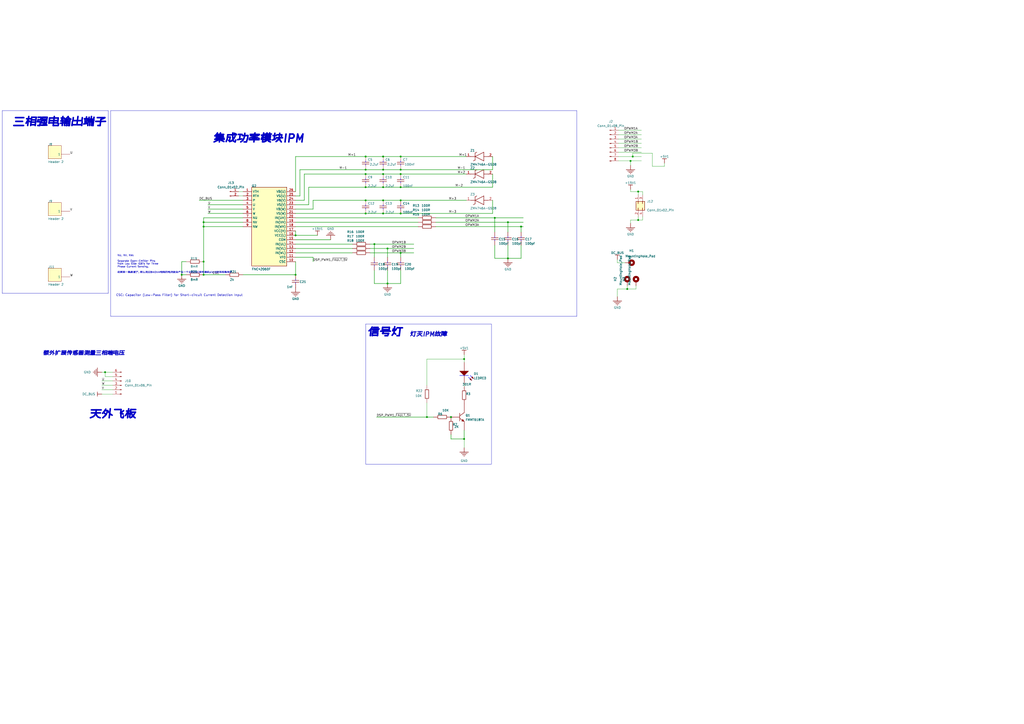
<source format=kicad_sch>
(kicad_sch (version 20230121) (generator eeschema)
  (paper "A2")
  (lib_symbols
    (symbol "Connector:Conn_01x02_Pin" (pin_names (offset 1.016) hide)
      (property "Reference" "J" (at 0 2.54 0))
      (property "Value" "Conn_01x02_Pin" (at 0 -5.08 0))
      (symbol "Conn_01x02_Pin_1_1"
        (pin passive line (at 5.08 0 180) (length 3.81) (name "Pin_1") (number "1"))
        (pin passive line (at 5.08 -2.54 180) (length 3.81) (name "Pin_2") (number "2"))
      )
    )
    (symbol "Connector:Conn_01x06_Pin" (pin_names (offset 1.016) hide)
      (property "Reference" "J" (at 0 7.62 0))
      (property "Value" "Conn_01x06_Pin" (at 0 -10.16 0))
      (symbol "Conn_01x06_Pin_1_1"
        (pin passive line (at 5.08 5.08 180) (length 3.81) (name "Pin_1") (number "1"))
        (pin passive line (at 5.08 2.54 180) (length 3.81) (name "Pin_2") (number "2"))
        (pin passive line (at 5.08 0 180) (length 3.81) (name "Pin_3") (number "3"))
        (pin passive line (at 5.08 -2.54 180) (length 3.81) (name "Pin_4") (number "4"))
        (pin passive line (at 5.08 -5.08 180) (length 3.81) (name "Pin_5") (number "5"))
        (pin passive line (at 5.08 -7.62 180) (length 3.81) (name "Pin_6") (number "6"))
      )
    )
    (symbol "Connector:Conn_01x08_Pin" (pin_names (offset 1.016) hide)
      (property "Reference" "J" (at 0 10.16 0))
      (property "Value" "Conn_01x08_Pin" (at 0 -12.7 0))
      (symbol "Conn_01x08_Pin_1_1"
        (pin passive line (at 5.08 7.62 180) (length 3.81) (name "Pin_1") (number "1"))
        (pin passive line (at 5.08 5.08 180) (length 3.81) (name "Pin_2") (number "2"))
        (pin passive line (at 5.08 2.54 180) (length 3.81) (name "Pin_3") (number "3"))
        (pin passive line (at 5.08 0 180) (length 3.81) (name "Pin_4") (number "4"))
        (pin passive line (at 5.08 -2.54 180) (length 3.81) (name "Pin_5") (number "5"))
        (pin passive line (at 5.08 -5.08 180) (length 3.81) (name "Pin_6") (number "6"))
        (pin passive line (at 5.08 -7.62 180) (length 3.81) (name "Pin_7") (number "7"))
        (pin passive line (at 5.08 -10.16 180) (length 3.81) (name "Pin_8") (number "8"))
      )
    )
    (symbol "Connector_Generic:Conn_02x02_Odd_Even" (pin_names (offset 1.016) hide)
      (property "Reference" "J" (at 1.27 2.54 0))
      (property "Value" "Conn_02x02_Odd_Even" (at 1.27 -5.08 0))
      (symbol "Conn_02x02_Odd_Even_1_1"
        (pin passive line (at -5.08 0 0) (length 3.81) (name "Pin_1") (number "1"))
        (pin passive line (at 7.62 0 180) (length 3.81) (name "Pin_2") (number "2"))
        (pin passive line (at -5.08 -2.54 0) (length 3.81) (name "Pin_3") (number "3"))
        (pin passive line (at 7.62 -2.54 180) (length 3.81) (name "Pin_4") (number "4"))
      )
    )
    (symbol "Mechanical:MountingHole_Pad" (pin_numbers hide) (pin_names (offset 1.016) hide)
      (property "Reference" "H" (at 0 6.35 0))
      (property "Value" "MountingHole_Pad" (at 0 4.445 0))
      (symbol "MountingHole_Pad_1_1"
        (pin input line (at 0 -2.54 90) (length 2.54) (name "1") (number "1"))
      )
    )
    (symbol "inverter-altium-import:+15V1" (power)
      (property "Reference" "#PWR" (at 0 0 0))
      (property "Value" "+15V1" (at 0 3.81 0))
      (symbol "+15V1_0_0"
        (pin power_in line (at 0 0 0) (length 0) hide (name "+15V1") (number ""))
      )
    )
    (symbol "inverter-altium-import:+5V1" (power)
      (property "Reference" "#PWR" (at 0 0 0))
      (property "Value" "+5V1" (at 0 3.81 0))
      (symbol "+5V1_0_0"
        (pin power_in line (at 0 0 0) (length 0) hide (name "+5V1") (number ""))
      )
    )
    (symbol "inverter-altium-import:DC_BUS" (power)
      (property "Reference" "#PWR" (at 0 0 0))
      (property "Value" "DC_BUS" (at 0 3.81 0))
      (symbol "DC_BUS_0_0"
        (pin power_in line (at 0 0 0) (length 0) hide (name "DC_BUS") (number ""))
      )
    )
    (symbol "inverter-altium-import:GND" (power)
      (property "Reference" "#PWR" (at 0 0 0))
      (property "Value" "GND" (at 0 6.35 0))
      (symbol "GND_0_0"
        (pin power_in line (at 0 0 0) (length 0) hide (name "GND") (number ""))
      )
    )
    (symbol "inverter-altium-import:root_0_FNC42060F"
      (symbol "root_0_FNC42060F_1_0"
        (pin passive line (at 0 0 0) (length 5.08) (name "VTH") (number "1"))
        (pin passive line (at 30.48 -40.64 180) (length 5.08) (name "CSC") (number "10"))
        (pin passive line (at 30.48 -38.1 180) (length 5.08) (name "VFO") (number "11"))
        (pin passive line (at 30.48 -35.56 180) (length 5.08) (name "IN(WL)") (number "12"))
        (pin passive line (at 30.48 -33.02 180) (length 5.08) (name "IN(VL)") (number "13"))
        (pin passive line (at 30.48 -30.48 180) (length 5.08) (name "IN(UL)") (number "14"))
        (pin passive line (at 30.48 -27.94 180) (length 5.08) (name "COM") (number "15"))
        (pin passive line (at 30.48 -25.4 180) (length 5.08) (name "VCC(L)") (number "16"))
        (pin passive line (at 30.48 -22.86 180) (length 5.08) (name "VCC(H)") (number "17"))
        (pin passive line (at 30.48 -20.32 180) (length 5.08) (name "IN(WH)") (number "18"))
        (pin passive line (at 30.48 -17.78 180) (length 5.08) (name "IN(VH)") (number "19"))
        (pin passive line (at 0 -2.54 0) (length 5.08) (name "RTH") (number "2"))
        (pin passive line (at 30.48 -15.24 180) (length 5.08) (name "IN(UH)") (number "20"))
        (pin passive line (at 30.48 -12.7 180) (length 5.08) (name "VS(W)") (number "21"))
        (pin passive line (at 30.48 -10.16 180) (length 5.08) (name "VB(W)") (number "22"))
        (pin passive line (at 30.48 -7.62 180) (length 5.08) (name "VS(V)") (number "23"))
        (pin passive line (at 30.48 -5.08 180) (length 5.08) (name "VB(V)") (number "24"))
        (pin passive line (at 30.48 -2.54 180) (length 5.08) (name "VS(U)") (number "25"))
        (pin passive line (at 30.48 0 180) (length 5.08) (name "VB(U)") (number "26"))
        (pin passive line (at 0 -5.08 0) (length 5.08) (name "P") (number "3"))
        (pin passive line (at 0 -7.62 0) (length 5.08) (name "U") (number "4"))
        (pin passive line (at 0 -10.16 0) (length 5.08) (name "V") (number "5"))
        (pin passive line (at 0 -12.7 0) (length 5.08) (name "W") (number "6"))
        (pin passive line (at 0 -15.24 0) (length 5.08) (name "NU") (number "7"))
        (pin passive line (at 0 -17.78 0) (length 5.08) (name "NV") (number "8"))
        (pin passive line (at 0 -20.32 0) (length 5.08) (name "NW") (number "9"))
      )
    )
    (symbol "inverter-altium-import:root_0_NPN"
      (symbol "root_0_NPN_1_0"
        (pin passive line (at -5.08 -2.54 0) (length 5.08) (name "B") (number "1"))
        (pin passive line (at 2.54 -10.16 90) (length 5.08) (name "E") (number "2"))
        (pin passive line (at 2.54 5.08 270) (length 5.08) (name "C") (number "3"))
      )
    )
    (symbol "inverter-altium-import:root_0_Res2"
      (symbol "root_0_Res2_1_0"
        (pin passive line (at -2.54 -2.54 0) (length 2.54) (name "1") (number "1"))
        (pin passive line (at 7.62 -2.54 180) (length 2.54) (name "2") (number "2"))
      )
    )
    (symbol "inverter-altium-import:root_0_ZM4746A-GS08"
      (symbol "root_0_ZM4746A-GS08_1_0"
        (pin passive line (at 0 0 0) (length 2.54) (name "K") (number "1"))
        (pin passive line (at 15.24 0 180) (length 2.54) (name "A") (number "2"))
      )
    )
    (symbol "inverter-altium-import:root_1_Cap"
      (symbol "root_1_Cap_1_0"
        (pin passive line (at 2.54 -2.54 90) (length 2.54) (name "1") (number "1"))
        (pin passive line (at 2.54 5.08 270) (length 2.54) (name "2") (number "2"))
      )
    )
    (symbol "inverter-altium-import:root_1_Res2"
      (symbol "root_1_Res2_1_0"
        (pin passive line (at 2.54 -2.54 90) (length 2.54) (name "1") (number "1"))
        (pin passive line (at 2.54 7.62 270) (length 2.54) (name "2") (number "2"))
      )
    )
    (symbol "inverter-altium-import:root_2_Header 2"
      (symbol "root_2_Header 2_1_0"
        (pin passive line (at 5.08 2.54 180) (length 5.08) (name "1") (number "1"))
      )
    )
    (symbol "inverter-altium-import:root_2_Res2"
      (symbol "root_2_Res2_1_0"
        (pin passive line (at 2.54 2.54 180) (length 2.54) (name "1") (number "1"))
        (pin passive line (at -7.62 2.54 0) (length 2.54) (name "2") (number "2"))
      )
    )
    (symbol "inverter-altium-import:root_3_Cap"
      (symbol "root_3_Cap_1_0"
        (pin passive line (at -2.54 2.54 270) (length 2.54) (name "1") (number "1"))
        (pin passive line (at -2.54 -5.08 90) (length 2.54) (name "2") (number "2"))
      )
    )
    (symbol "inverter-altium-import:root_3_LED0"
      (symbol "root_3_LED0_1_0"
        (pin passive line (at -2.54 5.08 270) (length 5.08) (name "A") (number "1"))
        (pin passive line (at -2.54 -7.62 90) (length 5.08) (name "K") (number "2"))
      )
    )
    (symbol "inverter-altium-import:root_3_Res2"
      (symbol "root_3_Res2_1_0"
        (pin passive line (at -2.54 2.54 270) (length 2.54) (name "1") (number "1"))
        (pin passive line (at -2.54 -7.62 90) (length 2.54) (name "2") (number "2"))
      )
    )
  )
  (junction (at 212.09 90.805))
  (junction (at 232.41 100.965))
  (junction (at 217.17 141.605))
  (junction (at 269.24 208.28))
  (junction (at 294.64 128.905))
  (junction (at 222.25 90.805))
  (junction (at 212.09 108.585))
  (junction (at 294.64 149.86))
  (junction (at 232.41 108.585))
  (junction (at 287.02 126.365))
  (junction (at 302.26 131.445))
  (junction (at 60.96 215.9))
  (junction (at 222.25 116.205))
  (junction (at 171.45 159.385))
  (junction (at 212.09 100.965))
  (junction (at 212.09 98.425))
  (junction (at 363.855 167.64))
  (junction (at 370.205 127.635))
  (junction (at 370.205 111.125))
  (junction (at 232.41 116.205))
  (junction (at 232.41 123.825))
  (junction (at 261.62 241.935))
  (junction (at 224.79 164.465))
  (junction (at 171.45 136.525))
  (junction (at 365.76 93.345))
  (junction (at 222.25 98.425))
  (junction (at 212.09 123.825))
  (junction (at 212.09 116.205))
  (junction (at 224.79 144.145))
  (junction (at 118.11 151.765))
  (junction (at 232.41 146.685))
  (junction (at 247.65 241.935))
  (junction (at 269.24 254.635))
  (junction (at 105.41 159.385))
  (junction (at 222.25 123.825))
  (junction (at 222.25 100.965))
  (junction (at 232.41 98.425))
  (junction (at 118.11 128.905))
  (junction (at 367.03 90.805))
  (junction (at 232.41 90.805))
  (junction (at 118.11 131.445))
  (junction (at 118.11 159.385))
  (junction (at 222.25 108.585))
  (wire (pts (xy 120.65 123.825) (xy 140.97 123.825)) (stroke (width 0.254)))
  (wire (pts (xy 224.79 144.145) (xy 240.03 144.145)) (stroke (width 0.254)))
  (wire (pts (xy 269.24 208.28) (xy 269.24 210.185)))
  (wire (pts (xy 224.79 149.225) (xy 224.79 144.145)) (stroke (width 0.254)))
  (wire (pts (xy 59.055 220.98) (xy 65.405 220.98)))
  (wire (pts (xy 115.57 116.205) (xy 140.97 116.205)) (stroke (width 0.254)))
  (wire (pts (xy 140.97 126.365) (xy 118.11 126.365)) (stroke (width 0.254)))
  (wire (pts (xy 285.75 123.825) (xy 285.75 116.205)) (stroke (width 0.254)))
  (wire (pts (xy 204.47 144.145) (xy 171.45 144.145)) (stroke (width 0.254)))
  (wire (pts (xy 302.26 149.86) (xy 302.26 142.24)) (stroke (width 0.254)))
  (wire (pts (xy 118.11 126.365) (xy 118.11 128.905)) (stroke (width 0.254)))
  (wire (pts (xy 171.45 136.525) (xy 171.45 133.985)) (stroke (width 0.254)))
  (wire (pts (xy 173.99 98.425) (xy 173.99 113.665)) (stroke (width 0.254)))
  (wire (pts (xy 222.25 123.825) (xy 232.41 123.825)) (stroke (width 0.254)))
  (wire (pts (xy 285.75 98.425) (xy 232.41 98.425)) (stroke (width 0.254)))
  (wire (pts (xy 252.73 128.905) (xy 294.64 128.905)) (stroke (width 0.254)))
  (wire (pts (xy 365.76 127.635) (xy 370.205 127.635)))
  (wire (pts (xy 294.64 142.24) (xy 294.64 149.86)) (stroke (width 0.254)))
  (wire (pts (xy 222.25 108.585) (xy 212.09 108.585)) (stroke (width 0.254)))
  (wire (pts (xy 367.03 90.805) (xy 372.11 90.805)))
  (wire (pts (xy 171.45 90.805) (xy 171.45 111.125)) (stroke (width 0.254)))
  (wire (pts (xy 378.46 96.52) (xy 385.445 96.52)))
  (wire (pts (xy 214.63 146.685) (xy 232.41 146.685)) (stroke (width 0.254)))
  (wire (pts (xy 171.45 131.445) (xy 242.57 131.445)) (stroke (width 0.254)))
  (wire (pts (xy 365.76 93.345) (xy 372.11 93.345)))
  (wire (pts (xy 261.62 252.095) (xy 261.62 254.635)) (stroke (width 0.254)))
  (wire (pts (xy 365.76 127.635) (xy 365.76 129.54)))
  (wire (pts (xy 65.405 218.44) (xy 60.96 218.44)))
  (wire (pts (xy 232.41 146.685) (xy 240.03 146.685)) (stroke (width 0.254)))
  (wire (pts (xy 171.45 123.825) (xy 212.09 123.825)) (stroke (width 0.254)))
  (wire (pts (xy 247.65 223.52) (xy 247.65 208.28)))
  (wire (pts (xy 363.855 165.735) (xy 363.855 167.64)))
  (wire (pts (xy 269.24 222.885) (xy 269.24 224.155)))
  (wire (pts (xy 365.76 93.345) (xy 365.76 95.885)))
  (wire (pts (xy 179.07 108.585) (xy 179.07 118.745)) (stroke (width 0.254)))
  (wire (pts (xy 173.99 113.665) (xy 171.45 113.665)) (stroke (width 0.254)))
  (wire (pts (xy 224.79 164.465) (xy 232.41 164.465)) (stroke (width 0.254)))
  (wire (pts (xy 358.775 88.265) (xy 372.11 88.265)))
  (wire (pts (xy 176.53 116.205) (xy 176.53 100.965)) (stroke (width 0.254)))
  (wire (pts (xy 358.775 78.105) (xy 372.11 78.105)))
  (wire (pts (xy 105.41 151.765) (xy 105.41 159.385)) (stroke (width 0.254)))
  (wire (pts (xy 60.96 218.44) (xy 60.96 215.9)))
  (wire (pts (xy 240.03 141.605) (xy 217.17 141.605)) (stroke (width 0.254)))
  (wire (pts (xy 285.75 90.805) (xy 285.75 98.425)) (stroke (width 0.254)))
  (wire (pts (xy 247.65 208.28) (xy 269.24 208.28)))
  (wire (pts (xy 232.41 108.585) (xy 222.25 108.585)) (stroke (width 0.254)))
  (wire (pts (xy 358.775 75.565) (xy 372.11 75.565)))
  (wire (pts (xy 358.14 150.495) (xy 358.14 152.4)))
  (wire (pts (xy 232.41 116.205) (xy 270.51 116.205)) (stroke (width 0.254)))
  (wire (pts (xy 247.65 241.935) (xy 218.44 241.935)) (stroke (width 0.254)))
  (wire (pts (xy 365.76 109.855) (xy 365.76 111.125)))
  (wire (pts (xy 217.17 156.845) (xy 217.17 164.465)) (stroke (width 0.254)))
  (wire (pts (xy 212.09 98.425) (xy 173.99 98.425)) (stroke (width 0.254)))
  (wire (pts (xy 232.41 90.805) (xy 222.25 90.805)) (stroke (width 0.254)))
  (wire (pts (xy 222.25 100.965) (xy 232.41 100.965)) (stroke (width 0.254)))
  (wire (pts (xy 365.76 111.125) (xy 370.205 111.125)))
  (wire (pts (xy 232.41 123.825) (xy 285.75 123.825)) (stroke (width 0.254)))
  (wire (pts (xy 358.775 80.645) (xy 372.11 80.645)))
  (wire (pts (xy 363.855 167.64) (xy 358.14 167.64)))
  (wire (pts (xy 370.205 127.635) (xy 372.745 127.635)))
  (wire (pts (xy 118.11 159.385) (xy 130.81 159.385)) (stroke (width 0.254)))
  (wire (pts (xy 105.41 159.385) (xy 107.95 159.385)) (stroke (width 0.254)))
  (wire (pts (xy 287.02 126.365) (xy 287.02 134.62)) (stroke (width 0.254)))
  (wire (pts (xy 269.24 254.635) (xy 269.24 249.555)) (stroke (width 0.254)))
  (wire (pts (xy 247.65 233.68) (xy 247.65 241.935)))
  (wire (pts (xy 140.97 121.285) (xy 120.65 121.285)) (stroke (width 0.254)))
  (wire (pts (xy 140.97 131.445) (xy 118.11 131.445)) (stroke (width 0.254)))
  (wire (pts (xy 212.09 108.585) (xy 179.07 108.585)) (stroke (width 0.254)))
  (wire (pts (xy 222.25 90.805) (xy 212.09 90.805)) (stroke (width 0.254)))
  (wire (pts (xy 252.73 126.365) (xy 287.02 126.365)) (stroke (width 0.254)))
  (wire (pts (xy 269.24 254.635) (xy 269.24 259.715)))
  (wire (pts (xy 242.57 128.905) (xy 171.45 128.905)) (stroke (width 0.254)))
  (wire (pts (xy 232.41 164.465) (xy 232.41 156.845)) (stroke (width 0.254)))
  (wire (pts (xy 118.11 131.445) (xy 118.11 151.765)) (stroke (width 0.254)))
  (wire (pts (xy 252.73 131.445) (xy 302.26 131.445)) (stroke (width 0.254)))
  (wire (pts (xy 370.205 111.125) (xy 372.745 111.125)))
  (wire (pts (xy 368.935 165.735) (xy 368.935 167.64)))
  (wire (pts (xy 302.26 131.445) (xy 303.53 131.445)) (stroke (width 0.254)))
  (wire (pts (xy 181.61 149.225) (xy 171.45 149.225)) (stroke (width 0.254)))
  (wire (pts (xy 372.745 125.73) (xy 372.745 127.635)))
  (wire (pts (xy 367.03 90.805) (xy 367.03 88.9)))
  (wire (pts (xy 261.62 254.635) (xy 269.24 254.635)) (stroke (width 0.254)))
  (wire (pts (xy 269.24 205.74) (xy 269.24 208.28)))
  (wire (pts (xy 385.445 94.615) (xy 385.445 96.52)))
  (wire (pts (xy 217.17 141.605) (xy 217.17 149.225)) (stroke (width 0.254)))
  (wire (pts (xy 179.07 118.745) (xy 171.45 118.745)) (stroke (width 0.254)))
  (wire (pts (xy 370.205 111.125) (xy 370.205 113.03)))
  (wire (pts (xy 251.46 241.935) (xy 247.65 241.935)) (stroke (width 0.254)))
  (wire (pts (xy 171.45 116.205) (xy 176.53 116.205)) (stroke (width 0.254)))
  (wire (pts (xy 107.95 151.765) (xy 105.41 151.765)) (stroke (width 0.254)))
  (wire (pts (xy 232.41 100.965) (xy 270.51 100.965)) (stroke (width 0.254)))
  (wire (pts (xy 287.02 149.86) (xy 294.64 149.86)) (stroke (width 0.254)))
  (wire (pts (xy 171.45 159.385) (xy 140.97 159.385)) (stroke (width 0.254)))
  (wire (pts (xy 181.61 116.205) (xy 212.09 116.205)) (stroke (width 0.254)))
  (wire (pts (xy 118.11 128.905) (xy 118.11 131.445)) (stroke (width 0.254)))
  (wire (pts (xy 138.43 111.125) (xy 140.97 111.125)))
  (wire (pts (xy 358.775 85.725) (xy 372.11 85.725)))
  (wire (pts (xy 378.46 88.9) (xy 378.46 96.52)))
  (wire (pts (xy 270.51 90.805) (xy 232.41 90.805)) (stroke (width 0.254)))
  (wire (pts (xy 118.11 151.765) (xy 118.11 159.385)) (stroke (width 0.254)))
  (wire (pts (xy 224.79 156.845) (xy 224.79 164.465)) (stroke (width 0.254)))
  (wire (pts (xy 59.055 215.9) (xy 60.96 215.9)))
  (wire (pts (xy 287.02 142.24) (xy 287.02 149.86)) (stroke (width 0.254)))
  (wire (pts (xy 303.53 128.905) (xy 294.64 128.905)) (stroke (width 0.254)))
  (wire (pts (xy 176.53 100.965) (xy 212.09 100.965)) (stroke (width 0.254)))
  (wire (pts (xy 358.14 172.085) (xy 358.14 167.64)))
  (wire (pts (xy 285.75 108.585) (xy 232.41 108.585)) (stroke (width 0.254)))
  (wire (pts (xy 358.775 83.185) (xy 372.11 83.185)))
  (wire (pts (xy 59.055 226.06) (xy 65.405 226.06)))
  (wire (pts (xy 294.64 128.905) (xy 294.64 134.62)) (stroke (width 0.254)))
  (wire (pts (xy 368.935 167.64) (xy 363.855 167.64)))
  (wire (pts (xy 367.03 88.9) (xy 378.46 88.9)))
  (wire (pts (xy 171.45 151.765) (xy 171.45 159.385)) (stroke (width 0.254)))
  (wire (pts (xy 204.47 141.605) (xy 171.45 141.605)) (stroke (width 0.254)))
  (wire (pts (xy 60.96 215.9) (xy 65.405 215.9)))
  (wire (pts (xy 171.45 121.285) (xy 181.61 121.285)) (stroke (width 0.254)))
  (wire (pts (xy 287.02 126.365) (xy 303.53 126.365)) (stroke (width 0.254)))
  (wire (pts (xy 204.47 146.685) (xy 171.45 146.685)) (stroke (width 0.254)))
  (wire (pts (xy 212.09 100.965) (xy 222.25 100.965)) (stroke (width 0.254)))
  (wire (pts (xy 59.055 223.52) (xy 65.405 223.52)))
  (wire (pts (xy 140.97 118.745) (xy 120.65 118.745)) (stroke (width 0.254)))
  (wire (pts (xy 358.775 90.805) (xy 367.03 90.805)))
  (wire (pts (xy 140.97 128.905) (xy 118.11 128.905)) (stroke (width 0.254)))
  (wire (pts (xy 138.43 113.665) (xy 140.97 113.665)))
  (wire (pts (xy 232.41 98.425) (xy 222.25 98.425)) (stroke (width 0.254)))
  (wire (pts (xy 212.09 123.825) (xy 222.25 123.825)) (stroke (width 0.254)))
  (wire (pts (xy 181.61 151.765) (xy 181.61 149.225)) (stroke (width 0.254)))
  (wire (pts (xy 217.17 141.605) (xy 214.63 141.605)) (stroke (width 0.254)))
  (wire (pts (xy 222.25 116.205) (xy 232.41 116.205)) (stroke (width 0.254)))
  (wire (pts (xy 370.205 125.73) (xy 370.205 127.635)))
  (wire (pts (xy 302.26 131.445) (xy 302.26 134.62)) (stroke (width 0.254)))
  (wire (pts (xy 212.09 90.805) (xy 171.45 90.805)) (stroke (width 0.254)))
  (wire (pts (xy 358.14 152.4) (xy 362.585 152.4)))
  (wire (pts (xy 214.63 144.145) (xy 224.79 144.145)) (stroke (width 0.254)))
  (wire (pts (xy 191.77 139.065) (xy 171.45 139.065)) (stroke (width 0.254)))
  (wire (pts (xy 358.775 93.345) (xy 365.76 93.345)))
  (wire (pts (xy 212.09 116.205) (xy 222.25 116.205)) (stroke (width 0.254)))
  (wire (pts (xy 242.57 126.365) (xy 171.45 126.365)) (stroke (width 0.254)))
  (wire (pts (xy 285.75 100.965) (xy 285.75 108.585)) (stroke (width 0.254)))
  (wire (pts (xy 294.64 149.86) (xy 302.26 149.86)) (stroke (width 0.254)))
  (wire (pts (xy 232.41 149.225) (xy 232.41 146.685)) (stroke (width 0.254)))
  (wire (pts (xy 184.15 136.525) (xy 171.45 136.525)) (stroke (width 0.254)))
  (wire (pts (xy 181.61 121.285) (xy 181.61 116.205)) (stroke (width 0.254)))
  (wire (pts (xy 59.055 228.6) (xy 65.405 228.6)))
  (wire (pts (xy 217.17 164.465) (xy 224.79 164.465)) (stroke (width 0.254)))
  (wire (pts (xy 372.745 111.125) (xy 372.745 113.03)))
  (wire (pts (xy 222.25 98.425) (xy 212.09 98.425)) (stroke (width 0.254)))
  (rectangle (start 64.135 64.135) (end 334.645 183.515))
  (rectangle (start 1.27 64.135) (end 62.865 170.18))
  (rectangle (start 212.09 187.96) (end 285.115 269.24))
  (text_box "NU, NV, NW:\n\nSeparate Open−Emitter Pins from Low Side IGBTs for Three Phase Current Sensing.\n\n如果某一路直通了，那么流过8mOhm电阻的电流就会产生一个正的CSC信号通给pin10实现短路保护\n" (at 67.31 146.685 0) (size 25.4 20.32) (stroke (width -0.0001) (color 0 0 0 1)) (fill (type color) (color 255 255 255 1)) (effects (font (size 1.016 1.016)) (justify left top)))
  (text "灯灭IPM故障" (at 237.49 195.58 0) (effects (font (size 2.54 2.54) bold italic) (justify left bottom)))
  (text "信号灯" (at 212.725 195.58 0) (effects (font (size 4.572 4.572) bold italic) (justify left bottom)))
  (text "天外飞板" (at 51.435 243.205 0) (effects (font (size 4.572 4.572) bold italic) (justify left bottom)))
  (text "额外扩展传感器测量三相端电压" (at 24.765 206.375 0) (effects (font (size 2.286 2.286) bold italic) (justify left bottom)))
  (text "三相强电输出端子" (at 6.985 73.66 0) (effects (font (size 4.572 4.572) bold italic) (justify left bottom)))
  (text "集成功率模块IPM" (at 123.19 83.185 0) (effects (font (size 4.572 4.572) bold italic) (justify left bottom)))
  (text "CSC: Capacitor (Low−Pass Filter) for Short−circuit Current Detection Input" (at 67.31 172.085 0) (effects (font (size 1.27 1.27)) (justify left bottom)))
  (label "OPWM1B" (at 361.95 83.185 180))
  (label "W" (at 120.65 123.825 180))
  (label "W" (at 40.64 160.655 180))
  (label "V" (at 40.64 122.555 180))
  (label "OPWM2B" (at 227.33 144.145 180))
  (label "CSC" (at 123.19 159.385 180))
  (label "OPWM1B" (at 227.33 141.605 180))
  (label "OPWM2A" (at 269.875 128.905 180))
  (label "OPWM1A" (at 361.95 75.565 180))
  (label "U" (at 40.64 89.535 180))
  (label "M+1" (at 201.93 90.805 180))
  (label "V" (at 120.65 121.285 180))
  (label "M+1" (at 266.31 90.805 180))
  (label "M-1" (at 196.85 98.425 180))
  (label "OPWM1A" (at 269.875 126.365 180))
  (label "M-1" (at 265.43 98.425 180))
  (label "OPWM2B" (at 361.95 85.725 180))
  (label "M-3" (at 260.35 123.825 180))
  (label "M-2" (at 264.115 108.585 180))
  (label "M+2" (at 265.43 100.965 180))
  (label "OPWM2A" (at 361.95 78.105 180))
  (label "DSP_PWM1_~{FAULT_5V}" (at 218.44 241.935 180))
  (label "OPWM3A" (at 361.95 80.645 180))
  (label "DC_BUS" (at 115.57 116.205 180))
  (label "U" (at 59.055 220.98 180))
  (label "OPWM3B" (at 361.95 88.265 180))
  (label "DSP_PWM1_~{FAULT_5V}" (at 181.61 151.765 180))
  (label "W" (at 59.055 223.52 180))
  (label "M+3" (at 260.35 116.205 180))
  (label "OPWM3B" (at 227.33 146.685 180))
  (label "OPWM3A" (at 269.875 131.445 180))
  (label "U" (at 120.65 118.745 180))
  (label "V" (at 59.055 226.06 180))
  (symbol (lib_id "inverter-altium-import:root_2_Res2") (at 115.57 161.925 0) (unit 1)
    (property "Reference" "R20" (at 110.49 158.369 0) (effects (justify left bottom)))
    (property "Value" "8mR" (at 110.49 162.941 0) (effects (justify left bottom)))
    (property "Footprint" "Resistor_SMD:R_2512_6332Metric" (effects hide))
    (property "PUBLISHED" "8-Jun-2000" (effects hide))
    (property "LATESTREVISIONDATE" "17-Jul-2002" (effects hide))
    (property "LATESTREVISIONNOTE" "Re-released for DXP Platform." (effects hide))
    (property "PACKAGEREFERENCE" "AXIAL-0.4" (effects hide))
    (property "PUBLISHER" "Altium Limited" (effects hide))
    (property "PACKAGEDESCRIPTION" "Axial Device, Thru-Hole; 2 Leads; 0.4 in Pin Spacing" (effects hide))
    (property "ALTIUM_VALUE" "3.3K" (effects hide))
  )
  (symbol (lib_id "inverter-altium-import:root_0_NPN") (at 266.7 239.395 0) (unit 1)
    (property "Reference" "Q1" (at 270.002 241.681 0) (effects (justify left bottom)))
    (property "Value" "FMMT618TA" (at 270.002 244.221 0) (effects (justify left bottom)))
    (property "Footprint" "Package_TO_SOT_SMD:SOT-23-3" (effects hide))
    (property "PUBLISHED" "8-Jun-2000" (effects hide))
    (property "LATESTREVISIONDATE" "17-Jul-2002" (effects hide))
    (property "LATESTREVISIONNOTE" "Re-released for DXP Platform." (effects hide))
    (property "PACKAGEREFERENCE" "TO-226-AA" (effects hide))
    (property "PUBLISHER" "Altium Limited" (effects hide))
    (property "PACKAGEDESCRIPTION" "TO, Flat Index; 3 In-Line, Axial Leads; Body Dia. 4.8mm; Leads 0.55 x 0.51 mm (max)" (effects hide))
    (property "CODE_JEDEC" "TO-226-AA" (effects hide))
    (property "CLASSNAME" "HelloDSP" (effects hide))
  )
  (symbol (lib_id "inverter-altium-import:DC_BUS") (at 59.055 228.6 270) (unit 1)
    (property "Reference" "#PWR026" (effects hide))
    (property "Value" "DC_BUS" (at 55.245 228.6 90) (effects (justify right)))
  )
  (symbol (lib_id "inverter-altium-import:root_3_Cap") (at 224.79 93.345 0) (unit 1)
    (property "Reference" "C6" (at 223.52 93.345 0) (effects (justify left bottom)))
    (property "Value" "2.2uf" (at 224.579 96.13 0) (effects (justify left bottom)))
    (property "Footprint" "Capacitor_SMD:C_0805_2012Metric" (effects hide))
    (property "PUBLISHED" "*" (effects hide))
    (property "LATESTREVISIONDATE" "*" (effects hide))
    (property "LATESTREVISIONNOTE" "*" (effects hide))
    (property "PACKAGEREFERENCE" "*" (effects hide))
    (property "PUBLISHER" "*" (effects hide))
  )
  (symbol (lib_id "inverter-altium-import:root_0_Res2") (at 245.11 123.825 0) (unit 1)
    (property "Reference" "R13" (at 239.349 120.015 0) (effects (justify left bottom)))
    (property "Value" "100R" (at 244.429 120.015 0) (effects (justify left bottom)))
    (property "Footprint" "Resistor_SMD:R_0603_1608Metric" (effects hide))
    (property "PUBLISHED" "*" (effects hide))
    (property "LATESTREVISIONDATE" "*" (effects hide))
    (property "LATESTREVISIONNOTE" "*" (effects hide))
    (property "PACKAGEREFERENCE" "*" (effects hide))
    (property "PUBLISHER" "*" (effects hide))
  )
  (symbol (lib_id "inverter-altium-import:root_0_Res2") (at 245.11 126.365 0) (unit 1)
    (property "Reference" "R14" (at 239.349 122.555 0) (effects (justify left bottom)))
    (property "Value" "100R" (at 244.429 122.555 0) (effects (justify left bottom)))
    (property "Footprint" "Resistor_SMD:R_0603_1608Metric" (effects hide))
    (property "PUBLISHED" "*" (effects hide))
    (property "LATESTREVISIONDATE" "*" (effects hide))
    (property "LATESTREVISIONNOTE" "*" (effects hide))
    (property "PACKAGEREFERENCE" "*" (effects hide))
    (property "PUBLISHER" "*" (effects hide))
  )
  (symbol (lib_id "inverter-altium-import:GND") (at 294.64 149.86 0) (unit 1)
    (property "Reference" "#PWR024" (effects hide))
    (property "Value" "GND" (at 294.64 156.21 0))
  )
  (symbol (lib_id "Mechanical:MountingHole_Pad") (at 365.125 152.4 270) (mirror x) (unit 1)
    (property "Reference" "H1" (at 366.395 145.415 90))
    (property "Value" "MountingHole_Pad" (at 371.475 148.59 90))
    (property "Footprint" "MountingHole:MountingHole_3.2mm_M3_Pad_Via" (effects hide))
  )
  (symbol (lib_id "inverter-altium-import:root_2_Res2") (at 138.43 161.925 0) (unit 1)
    (property "Reference" "R21" (at 133.35 158.369 0) (effects (justify left bottom)))
    (property "Value" "2k" (at 133.35 162.941 0) (effects (justify left bottom)))
    (property "Footprint" "Resistor_SMD:R_1206_3216Metric" (effects hide))
    (property "PUBLISHED" "8-Jun-2000" (effects hide))
    (property "LATESTREVISIONDATE" "17-Jul-2002" (effects hide))
    (property "LATESTREVISIONNOTE" "Re-released for DXP Platform." (effects hide))
    (property "PACKAGEREFERENCE" "AXIAL-0.4" (effects hide))
    (property "PUBLISHER" "Altium Limited" (effects hide))
  )
  (symbol (lib_id "Mechanical:MountingHole_Pad") (at 363.855 163.195 0) (mirror y) (unit 1)
    (property "Reference" "H2" (at 356.87 161.925 90))
    (property "Value" "MountingHole_Pad" (at 360.045 156.845 90))
    (property "Footprint" "MountingHole:MountingHole_3.2mm_M3_Pad_Via" (effects hide))
  )
  (symbol (lib_id "inverter-altium-import:+15V1") (at 184.15 136.525 180) (unit 1)
    (property "Reference" "#PWR021" (effects hide))
    (property "Value" "+15V1" (at 184.15 132.715 0))
  )
  (symbol (lib_id "inverter-altium-import:root_1_Cap") (at 284.48 139.7 0) (unit 1)
    (property "Reference" "C15" (at 289.306 139.446 0) (effects (justify left bottom)))
    (property "Value" "100pf" (at 289.306 141.986 0) (effects (justify left bottom)))
    (property "Footprint" "Capacitor_SMD:C_0603_1608Metric" (effects hide))
    (property "PUBLISHED" "*" (effects hide))
    (property "LATESTREVISIONDATE" "*" (effects hide))
    (property "LATESTREVISIONNOTE" "*" (effects hide))
    (property "PACKAGEREFERENCE" "*" (effects hide))
    (property "PUBLISHER" "*" (effects hide))
  )
  (symbol (lib_id "inverter-altium-import:root_2_Header 2") (at 35.56 92.075 0) (unit 1)
    (property "Reference" "J8" (at 27.94 84.455 0) (effects (justify left bottom)))
    (property "Value" "Header 2" (at 27.94 94.615 0) (effects (justify left bottom)))
    (property "Footprint" "inverter_lib:M3_smt" (effects hide))
    (property "LATESTREVISIONDATE" "17-Jul-2002" (effects hide))
    (property "LATESTREVISIONNOTE" "Re-released for DXP Platform." (effects hide))
    (property "PUBLISHER" "Altium Limited" (effects hide))
  )
  (symbol (lib_id "inverter-altium-import:root_0_Res2") (at 245.11 128.905 0) (unit 1)
    (property "Reference" "R15" (at 239.349 125.095 0) (effects (justify left bottom)))
    (property "Value" "100R" (at 244.429 125.095 0) (effects (justify left bottom)))
    (property "Footprint" "Resistor_SMD:R_0603_1608Metric" (effects hide))
    (property "PUBLISHED" "*" (effects hide))
    (property "LATESTREVISIONDATE" "*" (effects hide))
    (property "LATESTREVISIONNOTE" "*" (effects hide))
    (property "PACKAGEREFERENCE" "*" (effects hide))
    (property "PUBLISHER" "*" (effects hide))
  )
  (symbol (lib_id "Connector_Generic:Conn_02x02_Odd_Even") (at 370.205 118.11 90) (mirror x) (unit 1)
    (property "Reference" "J12" (at 375.285 116.84 90) (effects (justify right)))
    (property "Value" "Conn_01x02_Pin" (at 375.285 121.92 90) (effects (justify right)))
    (property "Footprint" "Connector_PinSocket_2.54mm:PinSocket_2x02_P2.54mm_Vertical" (effects hide))
  )
  (symbol (lib_id "inverter-altium-import:root_2_Header 2") (at 35.56 125.095 0) (unit 1)
    (property "Reference" "J9" (at 27.94 117.475 0) (effects (justify left bottom)))
    (property "Value" "Header 2" (at 27.94 127.635 0) (effects (justify left bottom)))
    (property "Footprint" "inverter_lib:M3_smt" (effects hide))
    (property "LATESTREVISIONDATE" "17-Jul-2002" (effects hide))
    (property "LATESTREVISIONNOTE" "Re-released for DXP Platform." (effects hide))
    (property "PUBLISHER" "Altium Limited" (effects hide))
  )
  (symbol (lib_id "inverter-altium-import:root_3_Cap") (at 224.79 118.745 0) (unit 1)
    (property "Reference" "C13" (at 223.52 118.745 0) (effects (justify left bottom)))
    (property "Value" "2.2uf" (at 223.52 123.825 0) (effects (justify left bottom)))
    (property "Footprint" "Capacitor_SMD:C_0805_2012Metric" (effects hide))
    (property "PUBLISHED" "*" (effects hide))
    (property "LATESTREVISIONDATE" "*" (effects hide))
    (property "LATESTREVISIONNOTE" "*" (effects hide))
    (property "PACKAGEREFERENCE" "*" (effects hide))
    (property "PUBLISHER" "*" (effects hide))
  )
  (symbol (lib_id "inverter-altium-import:root_1_Cap") (at 299.72 139.7 0) (unit 1)
    (property "Reference" "C17" (at 304.546 139.446 0) (effects (justify left bottom)))
    (property "Value" "100pf" (at 304.546 141.986 0) (effects (justify left bottom)))
    (property "Footprint" "Capacitor_SMD:C_0603_1608Metric" (effects hide))
    (property "PUBLISHED" "*" (effects hide))
    (property "LATESTREVISIONDATE" "*" (effects hide))
    (property "LATESTREVISIONNOTE" "*" (effects hide))
    (property "PACKAGEREFERENCE" "*" (effects hide))
    (property "PUBLISHER" "*" (effects hide))
  )
  (symbol (lib_id "inverter-altium-import:root_3_LED0") (at 271.78 215.265 0) (unit 1)
    (property "Reference" "D1" (at 274.828 217.551 0) (effects (justify left bottom)))
    (property "Value" "LEDRED" (at 274.828 220.091 0) (effects (justify left bottom)))
    (property "Footprint" "LED_SMD:LED_0805_2012Metric" (effects hide))
    (property "PUBLISHED" "8-Jun-2000" (effects hide))
    (property "LATESTREVISIONDATE" "08-Jul-2005" (effects hide))
    (property "LATESTREVISIONNOTE" "Mech Layer 1 removed." (effects hide))
    (property "PACKAGEREFERENCE" "LED-0" (effects hide))
    (property "PUBLISHER" "Altium Limited" (effects hide))
    (property "PACKAGEDESCRIPTION" "LED; 2 Leads" (effects hide))
    (property "CLASSNAME" "HelloDSP" (effects hide))
  )
  (symbol (lib_id "Mechanical:MountingHole_Pad") (at 368.935 163.195 0) (mirror y) (unit 1)
    (property "Reference" "H3" (at 361.95 161.925 90))
    (property "Value" "MountingHole_Pad" (at 365.125 156.845 90))
    (property "Footprint" "MountingHole:MountingHole_3.2mm_M3_Pad_Via" (effects hide))
  )
  (symbol (lib_id "Connector:Conn_01x08_Pin") (at 353.695 83.185 0) (unit 1)
    (property "Reference" "J2" (at 354.33 70.485 0))
    (property "Value" "Conn_01x08_Pin" (at 354.33 73.025 0))
    (property "Footprint" "Connector_PinSocket_2.54mm:PinSocket_1x08_P2.54mm_Vertical" (effects hide))
  )
  (symbol (lib_id "inverter-altium-import:GND") (at 105.41 159.385 0) (unit 1)
    (property "Reference" "#PWR027" (effects hide))
    (property "Value" "GND" (at 105.41 165.735 0))
  )
  (symbol (lib_id "inverter-altium-import:root_1_Res2") (at 266.7 231.775 0) (unit 1)
    (property "Reference" "R3" (at 270.256 229.235 0) (effects (justify left bottom)))
    (property "Value" "301R" (at 268.224 223.647 0) (effects (justify left bottom)))
    (property "Footprint" "Resistor_SMD:R_0805_2012Metric" (effects hide))
    (property "PUBLISHED" "8-Jun-2000" (effects hide))
    (property "LATESTREVISIONDATE" "17-Jul-2002" (effects hide))
    (property "LATESTREVISIONNOTE" "Re-released for DXP Platform." (effects hide))
    (property "PACKAGEREFERENCE" "AXIAL-0.4" (effects hide))
    (property "PUBLISHER" "Altium Limited" (effects hide))
    (property "ALTIUM_VALUE" "300R" (effects hide))
    (property "CLASSNAME" "HelloDSP" (effects hide))
  )
  (symbol (lib_id "inverter-altium-import:root_3_Res2") (at 264.16 244.475 0) (unit 1)
    (property "Reference" "R7" (at 262.636 247.015 0) (effects (justify left bottom)))
    (property "Value" "2K" (at 263.525 248.285 0) (effects (justify left bottom)))
    (property "Footprint" "Resistor_SMD:R_0603_1608Metric" (effects hide))
    (property "PUBLISHED" "8-Jun-2000" (effects hide))
    (property "LATESTREVISIONDATE" "17-Jul-2002" (effects hide))
    (property "LATESTREVISIONNOTE" "Re-released for DXP Platform." (effects hide))
    (property "PACKAGEREFERENCE" "AXIAL-0.4" (effects hide))
    (property "PUBLISHER" "Altium Limited" (effects hide))
    (property "ALTIUM_VALUE" "2K" (effects hide))
    (property "CLASSNAME" "HelloDSP" (effects hide))
  )
  (symbol (lib_id "inverter-altium-import:GND") (at 191.77 139.065 180) (unit 1)
    (property "Reference" "#PWR022" (effects hide))
    (property "Value" "GND" (at 191.77 132.715 0))
  )
  (symbol (lib_id "inverter-altium-import:root_0_FNC42060F") (at 140.97 111.125 0) (unit 1)
    (property "Reference" "Q2" (at 146.05 108.585 0) (effects (justify left bottom)))
    (property "Value" "FNC42060F" (at 146.05 156.845 0) (effects (justify left bottom)))
    (property "Footprint" "inverter_lib:FNC42060F" (effects hide))
    (property "DATASHEET LINK" "https://www.onsemi.com/pdf/datasheet/fnc42060f2-d.pdf" (effects hide))
    (property "HEIGHT" "4.8mm" (effects hide))
    (property "MANUFACTURER_NAME" "Aptina / ON Semiconductor" (effects hide))
    (property "MANUFACTURER_PART_NUMBER" "FNC42060F" (effects hide))
    (property "MOUSER PART NUMBER" "512-FNC42060F" (effects hide))
    (property "MOUSER PRICE/STOCK" "https://www.mouser.co.uk/ProductDetail/onsemi-Fairchild/FNC42060F?qs=udYk%2FVsBYxunyypMBLcvag%3D%3D" (effects hide))
  )
  (symbol (lib_id "inverter-altium-import:GND") (at 224.79 164.465 0) (unit 1)
    (property "Reference" "#PWR028" (effects hide))
    (property "Value" "GND" (at 224.79 170.815 0))
  )
  (symbol (lib_id "inverter-altium-import:root_3_Cap") (at 214.63 93.345 0) (unit 1)
    (property "Reference" "C5" (at 213.36 93.345 0) (effects (justify left bottom)))
    (property "Value" "2.2uf" (at 214.419 96.13 0) (effects (justify left bottom)))
    (property "Footprint" "Capacitor_SMD:C_0805_2012Metric" (effects hide))
    (property "PUBLISHED" "*" (effects hide))
    (property "LATESTREVISIONDATE" "*" (effects hide))
    (property "LATESTREVISIONNOTE" "*" (effects hide))
    (property "PACKAGEREFERENCE" "*" (effects hide))
    (property "PUBLISHER" "*" (effects hide))
  )
  (symbol (lib_id "inverter-altium-import:root_1_Cap") (at 168.91 164.465 0) (unit 1)
    (property "Reference" "C21" (at 173.736 164.211 0) (effects (justify left bottom)))
    (property "Value" "1nf" (at 166.37 167.17 0) (effects (justify left bottom)))
    (property "Footprint" "Capacitor_SMD:C_0603_1608Metric" (effects hide))
    (property "PUBLISHED" "*" (effects hide))
    (property "LATESTREVISIONDATE" "*" (effects hide))
    (property "LATESTREVISIONNOTE" "*" (effects hide))
    (property "PACKAGEREFERENCE" "*" (effects hide))
    (property "PUBLISHER" "*" (effects hide))
  )
  (symbol (lib_id "inverter-altium-import:root_3_Cap") (at 234.95 93.345 0) (unit 1)
    (property "Reference" "C7" (at 233.68 93.345 0) (effects (justify left bottom)))
    (property "Value" "100nf" (at 234.739 96.13 0) (effects (justify left bottom)))
    (property "Footprint" "Capacitor_SMD:C_0805_2012Metric" (effects hide))
    (property "PUBLISHED" "*" (effects hide))
    (property "LATESTREVISIONDATE" "*" (effects hide))
    (property "LATESTREVISIONNOTE" "*" (effects hide))
    (property "PACKAGEREFERENCE" "*" (effects hide))
    (property "PUBLISHER" "*" (effects hide))
  )
  (symbol (lib_id "Connector:Conn_01x06_Pin") (at 70.485 223.52 180) (unit 1)
    (property "Reference" "J10" (at 72.39 220.98 0) (effects (justify right)))
    (property "Value" "Conn_01x06_Pin" (at 72.39 223.52 0) (effects (justify right)))
    (property "Footprint" "Connector_PinSocket_2.54mm:PinSocket_1x06_P2.54mm_Vertical" (effects hide))
  )
  (symbol (lib_id "inverter-altium-import:root_0_ZM4746A-GS08") (at 270.51 100.965 0) (unit 1)
    (property "Reference" "Z2" (at 272.796 98.171 0) (effects (justify left bottom)))
    (property "Value" "ZM4746A-GS08" (at 272.796 106.299 0) (effects (justify left bottom)))
    (property "Footprint" "inverter_lib:MELF_DO-213AB" (effects hide))
    (property "DATASHEET LINK" "https://www.vishay.com/docs/85786/zm4728a.pdf" (effects hide))
    (property "MANUFACTURER_NAME" "Vishay" (effects hide))
    (property "MANUFACTURER_PART_NUMBER" "ZM4746A-GS08" (effects hide))
    (property "MOUSER PART NUMBER" "625-ZM4746A" (effects hide))
    (property "MOUSER PRICE/STOCK" "https://www.mouser.co.uk/ProductDetail/Vishay-Semiconductors/ZM4746A-GS08?qs=oNDV51lhjEMLl7Fqtt9WtQ%3D%3D" (effects hide))
    (property "ARROW PART NUMBER" "ZM4746A-GS08" (effects hide))
    (property "ARROW PRICE/STOCK" "https://www.arrow.com/en/products/zm4746a-gs08/vishay?region=nac" (effects hide))
  )
  (symbol (lib_id "inverter-altium-import:+5V1") (at 385.445 94.615 180) (unit 1)
    (property "Reference" "#PWR041" (effects hide))
    (property "Value" "+5V1" (at 385.445 90.805 0))
  )
  (symbol (lib_id "inverter-altium-import:root_2_Header 2") (at 35.56 163.195 0) (unit 1)
    (property "Reference" "J11" (at 27.94 155.575 0) (effects (justify left bottom)))
    (property "Value" "Header 2" (at 27.94 165.735 0) (effects (justify left bottom)))
    (property "Footprint" "inverter_lib:M3_smt" (effects hide))
    (property "LATESTREVISIONDATE" "17-Jul-2002" (effects hide))
    (property "LATESTREVISIONNOTE" "Re-released for DXP Platform." (effects hide))
    (property "PUBLISHER" "Altium Limited" (effects hide))
  )
  (symbol (lib_id "inverter-altium-import:GND") (at 59.055 215.9 270) (unit 1)
    (property "Reference" "#PWR025" (effects hide))
    (property "Value" "GND" (at 52.705 215.9 90) (effects (justify right)))
  )
  (symbol (lib_id "inverter-altium-import:GND") (at 358.14 172.085 0) (unit 1)
    (property "Reference" "#PWR045" (effects hide))
    (property "Value" "GND" (at 358.14 178.435 0))
  )
  (symbol (lib_id "inverter-altium-import:root_1_Cap") (at 222.25 154.305 0) (unit 1)
    (property "Reference" "C19" (at 227.076 154.051 0) (effects (justify left bottom)))
    (property "Value" "100pf" (at 227.076 156.591 0) (effects (justify left bottom)))
    (property "Footprint" "Capacitor_SMD:C_0603_1608Metric" (effects hide))
    (property "PUBLISHED" "*" (effects hide))
    (property "LATESTREVISIONDATE" "*" (effects hide))
    (property "LATESTREVISIONNOTE" "*" (effects hide))
    (property "PACKAGEREFERENCE" "*" (effects hide))
    (property "PUBLISHER" "*" (effects hide))
  )
  (symbol (lib_id "inverter-altium-import:GND") (at 365.76 95.885 0) (unit 1)
    (property "Reference" "#PWR040" (effects hide))
    (property "Value" "GND" (at 365.76 102.235 0))
  )
  (symbol (lib_id "inverter-altium-import:root_2_Res2") (at 250.19 226.06 90) (unit 1)
    (property "Reference" "R22" (at 245.11 226.06 90) (effects (justify left bottom)))
    (property "Value" "10K" (at 244.7925 228.9175 90) (effects (justify left bottom)))
    (property "Footprint" "Resistor_SMD:R_0603_1608Metric" (effects hide))
    (property "PUBLISHED" "8-Jun-2000" (effects hide))
    (property "LATESTREVISIONDATE" "17-Jul-2002" (effects hide))
    (property "LATESTREVISIONNOTE" "Re-released for DXP Platform." (effects hide))
    (property "PACKAGEREFERENCE" "AXIAL-0.4" (effects hide))
    (property "PUBLISHER" "Altium Limited" (effects hide))
    (property "ALTIUM_VALUE" "10K" (effects hide))
    (property "CLASSNAME" "HelloDSP" (effects hide))
  )
  (symbol (lib_id "inverter-altium-import:+15V1") (at 365.76 109.855 180) (unit 1)
    (property "Reference" "#PWR042" (effects hide))
    (property "Value" "+15V1" (at 365.76 106.045 0))
  )
  (symbol (lib_id "inverter-altium-import:root_3_Cap") (at 234.95 103.505 0) (unit 1)
    (property "Reference" "C11" (at 233.68 103.505 0) (effects (justify left bottom)))
    (property "Value" "100nf" (at 233.68 108.585 0) (effects (justify left bottom)))
    (property "Footprint" "Capacitor_SMD:C_0805_2012Metric" (effects hide))
    (property "PUBLISHED" "*" (effects hide))
    (property "LATESTREVISIONDATE" "*" (effects hide))
    (property "LATESTREVISIONNOTE" "*" (effects hide))
    (property "PACKAGEREFERENCE" "*" (effects hide))
    (property "PUBLISHER" "*" (effects hide))
  )
  (symbol (lib_id "inverter-altium-import:root_3_Cap") (at 234.95 118.745 0) (unit 1)
    (property "Reference" "C14" (at 233.68 118.745 0) (effects (justify left bottom)))
    (property "Value" "100nf" (at 233.68 123.825 0) (effects (justify left bottom)))
    (property "Footprint" "Capacitor_SMD:C_0805_2012Metric" (effects hide))
    (property "PUBLISHED" "*" (effects hide))
    (property "LATESTREVISIONDATE" "*" (effects hide))
    (property "LATESTREVISIONNOTE" "*" (effects hide))
    (property "PACKAGEREFERENCE" "*" (effects hide))
    (property "PUBLISHER" "*" (effects hide))
  )
  (symbol (lib_id "inverter-altium-import:root_0_Res2") (at 207.01 139.065 0) (unit 1)
    (property "Reference" "R16" (at 201.249 135.255 0) (effects (justify left bottom)))
    (property "Value" "100R" (at 206.329 135.255 0) (effects (justify left bottom)))
    (property "Footprint" "Resistor_SMD:R_0603_1608Metric" (effects hide))
    (property "PUBLISHED" "*" (effects hide))
    (property "LATESTREVISIONDATE" "*" (effects hide))
    (property "LATESTREVISIONNOTE" "*" (effects hide))
    (property "PACKAGEREFERENCE" "*" (effects hide))
    (property "PUBLISHER" "*" (effects hide))
  )
  (symbol (lib_id "inverter-altium-import:root_0_Res2") (at 207.01 141.605 0) (unit 1)
    (property "Reference" "R17" (at 201.249 137.795 0) (effects (justify left bottom)))
    (property "Value" "100R" (at 206.329 137.795 0) (effects (justify left bottom)))
    (property "Footprint" "Resistor_SMD:R_0603_1608Metric" (effects hide))
    (property "PUBLISHED" "*" (effects hide))
    (property "LATESTREVISIONDATE" "*" (effects hide))
    (property "LATESTREVISIONNOTE" "*" (effects hide))
    (property "PACKAGEREFERENCE" "*" (effects hide))
    (property "PUBLISHER" "*" (effects hide))
  )
  (symbol (lib_id "inverter-altium-import:GND") (at 365.76 129.54 0) (unit 1)
    (property "Reference" "#PWR043" (effects hide))
    (property "Value" "GND" (at 365.76 135.89 0))
  )
  (symbol (lib_id "inverter-altium-import:root_0_ZM4746A-GS08") (at 270.51 116.205 0) (unit 1)
    (property "Reference" "Z3" (at 272.796 113.411 0) (effects (justify left bottom)))
    (property "Value" "ZM4746A-GS08" (at 272.796 121.539 0) (effects (justify left bottom)))
    (property "Footprint" "inverter_lib:MELF_DO-213AB" (effects hide))
    (property "DATASHEET LINK" "https://www.vishay.com/docs/85786/zm4728a.pdf" (effects hide))
    (property "MANUFACTURER_NAME" "Vishay" (effects hide))
    (property "MANUFACTURER_PART_NUMBER" "ZM4746A-GS08" (effects hide))
    (property "MOUSER PART NUMBER" "625-ZM4746A" (effects hide))
    (property "MOUSER PRICE/STOCK" "https://www.mouser.co.uk/ProductDetail/Vishay-Semiconductors/ZM4746A-GS08?qs=oNDV51lhjEMLl7Fqtt9WtQ%3D%3D" (effects hide))
    (property "ARROW PART NUMBER" "ZM4746A-GS08" (effects hide))
    (property "ARROW PRICE/STOCK" "https://www.arrow.com/en/products/zm4746a-gs08/vishay?region=nac" (effects hide))
  )
  (symbol (lib_id "Connector:Conn_01x02_Pin") (at 133.35 111.125 0) (unit 1)
    (property "Reference" "J13" (at 133.985 106.045 0))
    (property "Value" "Conn_01x02_Pin" (at 133.985 108.585 0))
    (property "Footprint" "Connector_PinSocket_2.54mm:PinSocket_1x02_P2.54mm_Vertical" (effects hide))
  )
  (symbol (lib_id "inverter-altium-import:+5V1") (at 269.24 205.74 180) (unit 1)
    (property "Reference" "#PWR03" (effects hide))
    (property "Value" "+5V1" (at 269.24 201.93 0))
  )
  (symbol (lib_id "inverter-altium-import:root_3_Cap") (at 214.63 103.505 0) (unit 1)
    (property "Reference" "C9" (at 213.36 103.505 0) (effects (justify left bottom)))
    (property "Value" "2.2uf" (at 213.36 108.585 0) (effects (justify left bottom)))
    (property "Footprint" "Capacitor_SMD:C_0805_2012Metric" (effects hide))
    (property "PUBLISHED" "*" (effects hide))
    (property "LATESTREVISIONDATE" "*" (effects hide))
    (property "LATESTREVISIONNOTE" "*" (effects hide))
    (property "PACKAGEREFERENCE" "*" (effects hide))
    (property "PUBLISHER" "*" (effects hide))
  )
  (symbol (lib_id "inverter-altium-import:root_2_Res2") (at 259.08 244.475 0) (unit 1)
    (property "Reference" "R6" (at 254 240.919 0) (effects (justify left bottom)))
    (property "Value" "10K" (at 256.54 238.76 0) (effects (justify left bottom)))
    (property "Footprint" "Resistor_SMD:R_0603_1608Metric" (effects hide))
    (property "PUBLISHED" "8-Jun-2000" (effects hide))
    (property "LATESTREVISIONDATE" "17-Jul-2002" (effects hide))
    (property "LATESTREVISIONNOTE" "Re-released for DXP Platform." (effects hide))
    (property "PACKAGEREFERENCE" "AXIAL-0.4" (effects hide))
    (property "PUBLISHER" "Altium Limited" (effects hide))
    (property "ALTIUM_VALUE" "10K" (effects hide))
    (property "CLASSNAME" "HelloDSP" (effects hide))
  )
  (symbol (lib_id "inverter-altium-import:root_0_ZM4746A-GS08") (at 270.51 90.805 0) (unit 1)
    (property "Reference" "Z1" (at 272.796 88.011 0) (effects (justify left bottom)))
    (property "Value" "ZM4746A-GS08" (at 272.796 96.139 0) (effects (justify left bottom)))
    (property "Footprint" "inverter_lib:MELF_DO-213AB" (effects hide))
    (property "DATASHEET LINK" "https://www.vishay.com/docs/85786/zm4728a.pdf" (effects hide))
    (property "MANUFACTURER_NAME" "Vishay" (effects hide))
    (property "MANUFACTURER_PART_NUMBER" "ZM4746A-GS08" (effects hide))
    (property "MOUSER PART NUMBER" "625-ZM4746A" (effects hide))
    (property "MOUSER PRICE/STOCK" "https://www.mouser.co.uk/ProductDetail/Vishay-Semiconductors/ZM4746A-GS08?qs=oNDV51lhjEMLl7Fqtt9WtQ%3D%3D" (effects hide))
    (property "ARROW PART NUMBER" "ZM4746A-GS08" (effects hide))
    (property "ARROW PRICE/STOCK" "https://www.arrow.com/en/products/zm4746a-gs08/vishay?region=nac" (effects hide))
  )
  (symbol (lib_id "inverter-altium-import:GND") (at 269.24 259.715 0) (unit 1)
    (property "Reference" "#PWR09" (effects hide))
    (property "Value" "GND" (at 269.24 267.335 0))
  )
  (symbol (lib_id "inverter-altium-import:root_1_Cap") (at 214.63 154.305 0) (unit 1)
    (property "Reference" "C18" (at 219.456 154.051 0) (effects (justify left bottom)))
    (property "Value" "100pf" (at 219.456 156.591 0) (effects (justify left bottom)))
    (property "Footprint" "Capacitor_SMD:C_0603_1608Metric" (effects hide))
    (property "PUBLISHED" "*" (effects hide))
    (property "LATESTREVISIONDATE" "*" (effects hide))
    (property "LATESTREVISIONNOTE" "*" (effects hide))
    (property "PACKAGEREFERENCE" "*" (effects hide))
    (property "PUBLISHER" "*" (effects hide))
  )
  (symbol (lib_id "inverter-altium-import:DC_BUS") (at 358.14 150.495 180) (unit 1)
    (property "Reference" "#PWR044" (effects hide))
    (property "Value" "DC_BUS" (at 358.14 146.685 0))
  )
  (symbol (lib_id "inverter-altium-import:root_1_Cap") (at 292.1 139.7 0) (unit 1)
    (property "Reference" "C16" (at 296.926 139.446 0) (effects (justify left bottom)))
    (property "Value" "100pf" (at 296.926 141.986 0) (effects (justify left bottom)))
    (property "Footprint" "Capacitor_SMD:C_0603_1608Metric" (effects hide))
    (property "PUBLISHED" "*" (effects hide))
    (property "LATESTREVISIONDATE" "*" (effects hide))
    (property "LATESTREVISIONNOTE" "*" (effects hide))
    (property "PACKAGEREFERENCE" "*" (effects hide))
    (property "PUBLISHER" "*" (effects hide))
  )
  (symbol (lib_id "inverter-altium-import:root_2_Res2") (at 115.57 154.305 0) (unit 1)
    (property "Reference" "R19" (at 110.49 150.749 0) (effects (justify left bottom)))
    (property "Value" "8mR" (at 110.49 155.321 0) (effects (justify left bottom)))
    (property "Footprint" "Resistor_SMD:R_2512_6332Metric" (effects hide))
    (property "PUBLISHED" "8-Jun-2000" (effects hide))
    (property "LATESTREVISIONDATE" "17-Jul-2002" (effects hide))
    (property "LATESTREVISIONNOTE" "Re-released for DXP Platform." (effects hide))
    (property "PACKAGEREFERENCE" "AXIAL-0.4" (effects hide))
    (property "PUBLISHER" "Altium Limited" (effects hide))
    (property "PACKAGEDESCRIPTION" "Axial Device, Thru-Hole; 2 Leads; 0.4 in Pin Spacing" (effects hide))
    (property "ALTIUM_VALUE" "3.3K" (effects hide))
  )
  (symbol (lib_id "inverter-altium-import:root_1_Cap") (at 229.87 154.305 0) (unit 1)
    (property "Reference" "C20" (at 234.696 154.051 0) (effects (justify left bottom)))
    (property "Value" "100pf" (at 234.696 156.591 0) (effects (justify left bottom)))
    (property "Footprint" "Capacitor_SMD:C_0603_1608Metric" (effects hide))
    (property "PUBLISHED" "*" (effects hide))
    (property "LATESTREVISIONDATE" "*" (effects hide))
    (property "LATESTREVISIONNOTE" "*" (effects hide))
    (property "PACKAGEREFERENCE" "*" (effects hide))
    (property "PUBLISHER" "*" (effects hide))
  )
  (symbol (lib_id "inverter-altium-import:root_3_Cap") (at 214.63 118.745 0) (unit 1)
    (property "Reference" "C12" (at 213.36 118.745 0) (effects (justify left bottom)))
    (property "Value" "2.2uf" (at 213.36 123.825 0) (effects (justify left bottom)))
    (property "Footprint" "Capacitor_SMD:C_0805_2012Metric" (effects hide))
    (property "PUBLISHED" "*" (effects hide))
    (property "LATESTREVISIONDATE" "*" (effects hide))
    (property "LATESTREVISIONNOTE" "*" (effects hide))
    (property "PACKAGEREFERENCE" "*" (effects hide))
    (property "PUBLISHER" "*" (effects hide))
  )
  (symbol (lib_id "inverter-altium-import:GND") (at 171.45 167.005 0) (unit 1)
    (property "Reference" "#PWR029" (effects hide))
    (property "Value" "GND" (at 171.45 173.355 0))
  )
  (symbol (lib_id "inverter-altium-import:root_0_Res2") (at 207.01 144.145 0) (unit 1)
    (property "Reference" "R18" (at 201.249 140.335 0) (effects (justify left bottom)))
    (property "Value" "100R" (at 206.329 140.335 0) (effects (justify left bottom)))
    (property "Footprint" "Resistor_SMD:R_0603_1608Metric" (effects hide))
    (property "PUBLISHED" "*" (effects hide))
    (property "LATESTREVISIONDATE" "*" (effects hide))
    (property "LATESTREVISIONNOTE" "*" (effects hide))
    (property "PACKAGEREFERENCE" "*" (effects hide))
    (property "PUBLISHER" "*" (effects hide))
  )
  (symbol (lib_id "inverter-altium-import:root_3_Cap") (at 224.79 103.505 0) (unit 1)
    (property "Reference" "C10" (at 223.52 103.505 0) (effects (justify left bottom)))
    (property "Value" "2.2uf" (at 223.52 108.585 0) (effects (justify left bottom)))
    (property "Footprint" "Capacitor_SMD:C_0805_2012Metric" (effects hide))
    (property "PUBLISHED" "*" (effects hide))
    (property "LATESTREVISIONDATE" "*" (effects hide))
    (property "LATESTREVISIONNOTE" "*" (effects hide))
    (property "PACKAGEREFERENCE" "*" (effects hide))
    (property "PUBLISHER" "*" (effects hide))
  )
)
</source>
